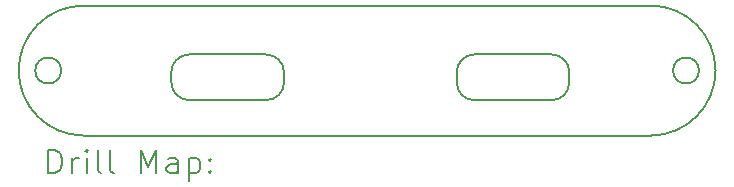
<source format=gbr>
%TF.GenerationSoftware,KiCad,Pcbnew,8.0.3*%
%TF.CreationDate,2024-06-23T16:17:03-07:00*%
%TF.ProjectId,frontplate,66726f6e-7470-46c6-9174-652e6b696361,rev?*%
%TF.SameCoordinates,Original*%
%TF.FileFunction,Drillmap*%
%TF.FilePolarity,Positive*%
%FSLAX45Y45*%
G04 Gerber Fmt 4.5, Leading zero omitted, Abs format (unit mm)*
G04 Created by KiCad (PCBNEW 8.0.3) date 2024-06-23 16:17:03*
%MOMM*%
%LPD*%
G01*
G04 APERTURE LIST*
%ADD10C,0.200000*%
G04 APERTURE END LIST*
D10*
X12474220Y-10374720D02*
X17274217Y-10374720D01*
X14170260Y-9925050D02*
G75*
G02*
X14020260Y-10075050I-150000J0D01*
G01*
X13366900Y-10075050D02*
G75*
G02*
X13216900Y-9925050I0J150000D01*
G01*
X16436392Y-10075050D02*
X15783030Y-10075050D01*
X13216900Y-9925050D02*
X13216900Y-9838640D01*
X14170260Y-9838640D02*
X14170260Y-9925050D01*
X13366900Y-9688640D02*
X14020260Y-9688640D01*
X17684220Y-9824720D02*
G75*
G02*
X17464220Y-9824720I-110000J0D01*
G01*
X17464220Y-9824720D02*
G75*
G02*
X17684220Y-9824720I110000J0D01*
G01*
X13216900Y-9838640D02*
G75*
G02*
X13366900Y-9688640I150000J0D01*
G01*
X16586392Y-9925050D02*
G75*
G02*
X16436392Y-10075052I-150002J0D01*
G01*
X14020260Y-10075050D02*
X13366900Y-10075050D01*
X12284220Y-9824720D02*
G75*
G02*
X12064220Y-9824720I-110000J0D01*
G01*
X12064220Y-9824720D02*
G75*
G02*
X12284220Y-9824720I110000J0D01*
G01*
X15633030Y-9838640D02*
G75*
G02*
X15783030Y-9688640I150000J0D01*
G01*
X12474220Y-10374720D02*
G75*
G02*
X12474220Y-9274720I0J550000D01*
G01*
X15633030Y-9925050D02*
X15633030Y-9838640D01*
X15783030Y-9688640D02*
X16436392Y-9688640D01*
X17274217Y-9274720D02*
X12474220Y-9274720D01*
X16586392Y-9838640D02*
X16586392Y-9925050D01*
X17274217Y-9274720D02*
G75*
G02*
X17274217Y-10374720I0J-550000D01*
G01*
X14020260Y-9688640D02*
G75*
G02*
X14170260Y-9838640I0J-150000D01*
G01*
X15783030Y-10075050D02*
G75*
G02*
X15633030Y-9925050I0J150000D01*
G01*
X16436392Y-9688640D02*
G75*
G02*
X16586390Y-9838640I-2J-150000D01*
G01*
X12174997Y-10696204D02*
X12174997Y-10496204D01*
X12174997Y-10496204D02*
X12222616Y-10496204D01*
X12222616Y-10496204D02*
X12251187Y-10505728D01*
X12251187Y-10505728D02*
X12270235Y-10524775D01*
X12270235Y-10524775D02*
X12279759Y-10543823D01*
X12279759Y-10543823D02*
X12289282Y-10581918D01*
X12289282Y-10581918D02*
X12289282Y-10610490D01*
X12289282Y-10610490D02*
X12279759Y-10648585D01*
X12279759Y-10648585D02*
X12270235Y-10667632D01*
X12270235Y-10667632D02*
X12251187Y-10686680D01*
X12251187Y-10686680D02*
X12222616Y-10696204D01*
X12222616Y-10696204D02*
X12174997Y-10696204D01*
X12374997Y-10696204D02*
X12374997Y-10562870D01*
X12374997Y-10600966D02*
X12384521Y-10581918D01*
X12384521Y-10581918D02*
X12394044Y-10572394D01*
X12394044Y-10572394D02*
X12413092Y-10562870D01*
X12413092Y-10562870D02*
X12432140Y-10562870D01*
X12498806Y-10696204D02*
X12498806Y-10562870D01*
X12498806Y-10496204D02*
X12489282Y-10505728D01*
X12489282Y-10505728D02*
X12498806Y-10515251D01*
X12498806Y-10515251D02*
X12508330Y-10505728D01*
X12508330Y-10505728D02*
X12498806Y-10496204D01*
X12498806Y-10496204D02*
X12498806Y-10515251D01*
X12622616Y-10696204D02*
X12603568Y-10686680D01*
X12603568Y-10686680D02*
X12594044Y-10667632D01*
X12594044Y-10667632D02*
X12594044Y-10496204D01*
X12727378Y-10696204D02*
X12708330Y-10686680D01*
X12708330Y-10686680D02*
X12698806Y-10667632D01*
X12698806Y-10667632D02*
X12698806Y-10496204D01*
X12955949Y-10696204D02*
X12955949Y-10496204D01*
X12955949Y-10496204D02*
X13022616Y-10639061D01*
X13022616Y-10639061D02*
X13089282Y-10496204D01*
X13089282Y-10496204D02*
X13089282Y-10696204D01*
X13270235Y-10696204D02*
X13270235Y-10591442D01*
X13270235Y-10591442D02*
X13260711Y-10572394D01*
X13260711Y-10572394D02*
X13241663Y-10562870D01*
X13241663Y-10562870D02*
X13203568Y-10562870D01*
X13203568Y-10562870D02*
X13184521Y-10572394D01*
X13270235Y-10686680D02*
X13251187Y-10696204D01*
X13251187Y-10696204D02*
X13203568Y-10696204D01*
X13203568Y-10696204D02*
X13184521Y-10686680D01*
X13184521Y-10686680D02*
X13174997Y-10667632D01*
X13174997Y-10667632D02*
X13174997Y-10648585D01*
X13174997Y-10648585D02*
X13184521Y-10629537D01*
X13184521Y-10629537D02*
X13203568Y-10620013D01*
X13203568Y-10620013D02*
X13251187Y-10620013D01*
X13251187Y-10620013D02*
X13270235Y-10610490D01*
X13365473Y-10562870D02*
X13365473Y-10762870D01*
X13365473Y-10572394D02*
X13384521Y-10562870D01*
X13384521Y-10562870D02*
X13422616Y-10562870D01*
X13422616Y-10562870D02*
X13441663Y-10572394D01*
X13441663Y-10572394D02*
X13451187Y-10581918D01*
X13451187Y-10581918D02*
X13460711Y-10600966D01*
X13460711Y-10600966D02*
X13460711Y-10658109D01*
X13460711Y-10658109D02*
X13451187Y-10677156D01*
X13451187Y-10677156D02*
X13441663Y-10686680D01*
X13441663Y-10686680D02*
X13422616Y-10696204D01*
X13422616Y-10696204D02*
X13384521Y-10696204D01*
X13384521Y-10696204D02*
X13365473Y-10686680D01*
X13546425Y-10677156D02*
X13555949Y-10686680D01*
X13555949Y-10686680D02*
X13546425Y-10696204D01*
X13546425Y-10696204D02*
X13536902Y-10686680D01*
X13536902Y-10686680D02*
X13546425Y-10677156D01*
X13546425Y-10677156D02*
X13546425Y-10696204D01*
X13546425Y-10572394D02*
X13555949Y-10581918D01*
X13555949Y-10581918D02*
X13546425Y-10591442D01*
X13546425Y-10591442D02*
X13536902Y-10581918D01*
X13536902Y-10581918D02*
X13546425Y-10572394D01*
X13546425Y-10572394D02*
X13546425Y-10591442D01*
M02*

</source>
